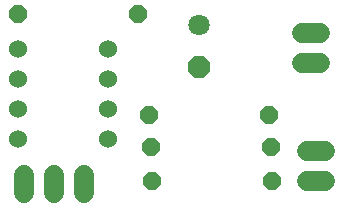
<source format=gbr>
G04 EAGLE Gerber RS-274X export*
G75*
%MOMM*%
%FSLAX34Y34*%
%LPD*%
%INSoldermask Top*%
%IPPOS*%
%AMOC8*
5,1,8,0,0,1.08239X$1,22.5*%
G01*
%ADD10P,1.951982X8X292.500000*%
%ADD11C,1.803400*%
%ADD12C,1.524000*%
%ADD13P,1.649562X8X202.500000*%
%ADD14P,1.649562X8X22.500000*%
%ADD15C,1.727200*%


D10*
X174321Y132231D03*
D11*
X174321Y167791D03*
D12*
X97234Y71448D03*
X97234Y96848D03*
X21034Y96848D03*
X21034Y71448D03*
X97234Y122248D03*
X97234Y147648D03*
X21034Y122248D03*
X21034Y147648D03*
D13*
X122756Y177163D03*
X21156Y177163D03*
D14*
X132246Y92286D03*
X233846Y92286D03*
D13*
X235495Y64973D03*
X133895Y64973D03*
X236479Y35748D03*
X134879Y35748D03*
D15*
X265751Y36183D02*
X280991Y36183D01*
X280991Y61583D02*
X265751Y61583D01*
X76736Y41348D02*
X76736Y26108D01*
X51336Y26108D02*
X51336Y41348D01*
X25936Y41348D02*
X25936Y26108D01*
X261465Y161203D02*
X276705Y161203D01*
X276705Y135803D02*
X261465Y135803D01*
M02*

</source>
